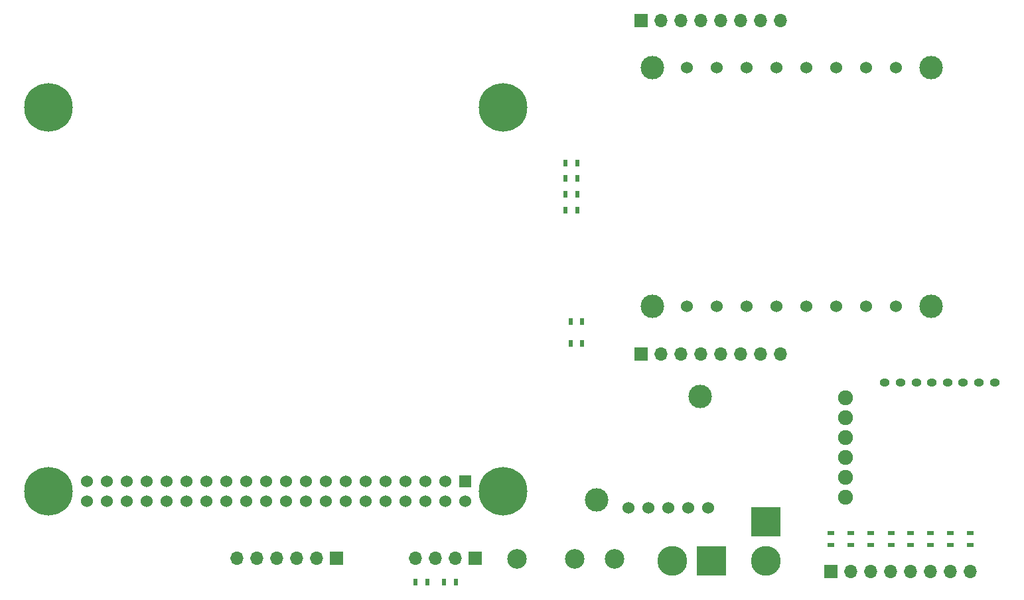
<source format=gts>
G04 #@! TF.GenerationSoftware,KiCad,Pcbnew,(5.1.10)-1*
G04 #@! TF.CreationDate,2022-04-17T04:08:04-07:00*
G04 #@! TF.ProjectId,DevelopmentBoard,44657665-6c6f-4706-9d65-6e74426f6172,rev?*
G04 #@! TF.SameCoordinates,Original*
G04 #@! TF.FileFunction,Soldermask,Top*
G04 #@! TF.FilePolarity,Negative*
%FSLAX46Y46*%
G04 Gerber Fmt 4.6, Leading zero omitted, Abs format (unit mm)*
G04 Created by KiCad (PCBNEW (5.1.10)-1) date 2022-04-17 04:08:04*
%MOMM*%
%LPD*%
G01*
G04 APERTURE LIST*
%ADD10C,1.524000*%
%ADD11R,1.524000X1.524000*%
%ADD12C,6.200000*%
%ADD13C,3.000000*%
%ADD14O,1.700000X1.700000*%
%ADD15R,1.700000X1.700000*%
%ADD16C,1.900000*%
%ADD17O,1.270000X1.000000*%
%ADD18R,0.600000X0.900000*%
%ADD19R,0.900000X0.600000*%
%ADD20C,2.500000*%
%ADD21C,3.800000*%
%ADD22R,3.800000X3.800000*%
G04 APERTURE END LIST*
D10*
X104613500Y-126633500D03*
X107153500Y-126633500D03*
X109693500Y-126633500D03*
X112233500Y-126633500D03*
X114773500Y-126633500D03*
X117313500Y-126633500D03*
X104613500Y-124093500D03*
X107153500Y-124093500D03*
X109693500Y-124093500D03*
X112233500Y-124093500D03*
X114773500Y-124093500D03*
X117313500Y-124093500D03*
X119853500Y-126633500D03*
X119853500Y-124093500D03*
X122393500Y-126633500D03*
X124933500Y-126633500D03*
X127473500Y-126633500D03*
X130013500Y-126633500D03*
X132553500Y-126633500D03*
X135093500Y-126633500D03*
X122393500Y-124093500D03*
X124933500Y-124093500D03*
X127473500Y-124093500D03*
X130013500Y-124093500D03*
X132553500Y-124093500D03*
X135093500Y-124093500D03*
X137633500Y-126633500D03*
X137633500Y-124093500D03*
X140173500Y-126633500D03*
X142713500Y-126633500D03*
X145253500Y-126633500D03*
X147793500Y-126633500D03*
X150333500Y-126633500D03*
X152873500Y-126633500D03*
X140173500Y-124093500D03*
X142713500Y-124093500D03*
X145253500Y-124093500D03*
X147793500Y-124093500D03*
X150333500Y-124093500D03*
D11*
X152873500Y-124093500D03*
D12*
X157743500Y-125363500D03*
X99743500Y-125363500D03*
X99743500Y-76363500D03*
X157743500Y-76363500D03*
D10*
X196436000Y-71316000D03*
X188816000Y-71316000D03*
X185006000Y-71316000D03*
X200246000Y-71316000D03*
X204056000Y-71316000D03*
X192626000Y-71316000D03*
X181196000Y-71316000D03*
X207866000Y-71316000D03*
X207866000Y-101796000D03*
X204056000Y-101796000D03*
X200246000Y-101796000D03*
X196436000Y-101796000D03*
X181196000Y-101796000D03*
X185006000Y-101796000D03*
X188816000Y-101796000D03*
X192626000Y-101796000D03*
D13*
X212311000Y-71316000D03*
X212311000Y-101796000D03*
X176751000Y-101796000D03*
X176751000Y-71316000D03*
D14*
X193096000Y-107906000D03*
X190556000Y-107906000D03*
X188016000Y-107906000D03*
X185476000Y-107906000D03*
X182936000Y-107906000D03*
X180396000Y-107906000D03*
X177856000Y-107906000D03*
D15*
X175316000Y-107906000D03*
D16*
X201386000Y-115956000D03*
D17*
X218416000Y-111506000D03*
D16*
X201386000Y-121036000D03*
X201386000Y-126116000D03*
D17*
X220416000Y-111506000D03*
D16*
X201386000Y-123576000D03*
D17*
X214416000Y-111506000D03*
D16*
X201386000Y-118496000D03*
X201386000Y-113416000D03*
D17*
X216416000Y-111506000D03*
X206416000Y-111506000D03*
X210416000Y-111506000D03*
X208416000Y-111506000D03*
X212416000Y-111506000D03*
D15*
X154186000Y-133906000D03*
D14*
X151646000Y-133906000D03*
X149106000Y-133906000D03*
X146566000Y-133906000D03*
D18*
X150166000Y-137006000D03*
X151666000Y-137006000D03*
X167816000Y-106506000D03*
X166316000Y-106506000D03*
X146566000Y-137006000D03*
X148066000Y-137006000D03*
X166316000Y-103716000D03*
X167816000Y-103716000D03*
D19*
X217316000Y-132244420D03*
X217316000Y-130744420D03*
X214816000Y-130750200D03*
X214816000Y-132250200D03*
X212266000Y-132242580D03*
X212266000Y-130742580D03*
X209716000Y-130736800D03*
X209716000Y-132236800D03*
X207216000Y-132234960D03*
X207216000Y-130734960D03*
X204616000Y-130734960D03*
X204616000Y-132234960D03*
X202066000Y-132247660D03*
X202066000Y-130747660D03*
X199566000Y-132256000D03*
X199566000Y-130756000D03*
D20*
X171956500Y-134074000D03*
X159466000Y-134006000D03*
X166866000Y-134006000D03*
D13*
X182866000Y-113256000D03*
D10*
X178806000Y-127476000D03*
X181346000Y-127476000D03*
X183896000Y-127486000D03*
X176266000Y-127476000D03*
X173726000Y-127476000D03*
D13*
X169666000Y-126456000D03*
D15*
X199566000Y-135606000D03*
D14*
X202106000Y-135606000D03*
X204646000Y-135606000D03*
X207186000Y-135606000D03*
X209726000Y-135606000D03*
X212266000Y-135606000D03*
X214806000Y-135606000D03*
X217346000Y-135606000D03*
D15*
X136436000Y-133956000D03*
D14*
X133896000Y-133956000D03*
X131356000Y-133956000D03*
X128816000Y-133956000D03*
X126276000Y-133956000D03*
X123736000Y-133956000D03*
D21*
X191266000Y-134306000D03*
D22*
X191266000Y-129306000D03*
X184266000Y-134306000D03*
D21*
X179266000Y-134306000D03*
D15*
X175336000Y-65306000D03*
D14*
X177876000Y-65306000D03*
X180416000Y-65306000D03*
X182956000Y-65306000D03*
X185496000Y-65306000D03*
X188036000Y-65306000D03*
X190576000Y-65306000D03*
X193116000Y-65306000D03*
D18*
X167156000Y-83456000D03*
X165656000Y-83456000D03*
X165668000Y-89504500D03*
X167168000Y-89504500D03*
X165666000Y-87446000D03*
X167166000Y-87446000D03*
X167168000Y-85440500D03*
X165668000Y-85440500D03*
M02*

</source>
